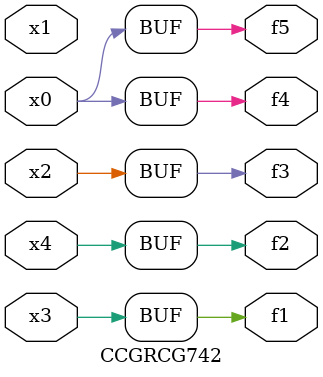
<source format=v>
module CCGRCG742(
	input x0, x1, x2, x3, x4,
	output f1, f2, f3, f4, f5
);
	assign f1 = x3;
	assign f2 = x4;
	assign f3 = x2;
	assign f4 = x0;
	assign f5 = x0;
endmodule

</source>
